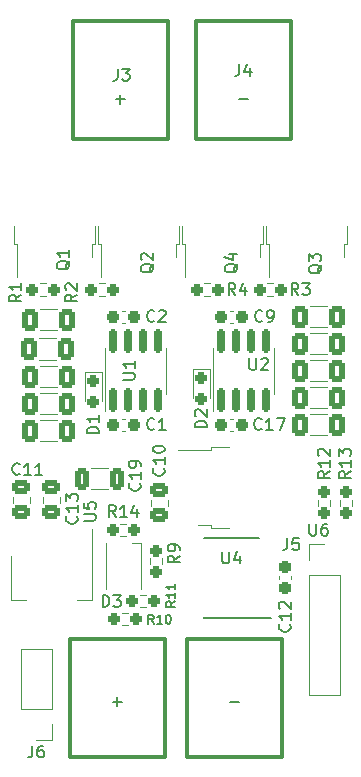
<source format=gto>
%TF.GenerationSoftware,KiCad,Pcbnew,(6.0.0)*%
%TF.CreationDate,2022-04-01T00:42:52-07:00*%
%TF.ProjectId,motor-controller,6d6f746f-722d-4636-9f6e-74726f6c6c65,rev?*%
%TF.SameCoordinates,Original*%
%TF.FileFunction,Legend,Top*%
%TF.FilePolarity,Positive*%
%FSLAX46Y46*%
G04 Gerber Fmt 4.6, Leading zero omitted, Abs format (unit mm)*
G04 Created by KiCad (PCBNEW (6.0.0)) date 2022-04-01 00:42:52*
%MOMM*%
%LPD*%
G01*
G04 APERTURE LIST*
G04 Aperture macros list*
%AMRoundRect*
0 Rectangle with rounded corners*
0 $1 Rounding radius*
0 $2 $3 $4 $5 $6 $7 $8 $9 X,Y pos of 4 corners*
0 Add a 4 corners polygon primitive as box body*
4,1,4,$2,$3,$4,$5,$6,$7,$8,$9,$2,$3,0*
0 Add four circle primitives for the rounded corners*
1,1,$1+$1,$2,$3*
1,1,$1+$1,$4,$5*
1,1,$1+$1,$6,$7*
1,1,$1+$1,$8,$9*
0 Add four rect primitives between the rounded corners*
20,1,$1+$1,$2,$3,$4,$5,0*
20,1,$1+$1,$4,$5,$6,$7,0*
20,1,$1+$1,$6,$7,$8,$9,0*
20,1,$1+$1,$8,$9,$2,$3,0*%
G04 Aperture macros list end*
%ADD10C,0.150000*%
%ADD11C,0.120000*%
%ADD12C,0.300000*%
%ADD13R,1.000000X0.400000*%
%ADD14RoundRect,0.150000X0.150000X-0.825000X0.150000X0.825000X-0.150000X0.825000X-0.150000X-0.825000X0*%
%ADD15RoundRect,0.237500X0.250000X0.237500X-0.250000X0.237500X-0.250000X-0.237500X0.250000X-0.237500X0*%
%ADD16RoundRect,0.237500X-0.250000X-0.237500X0.250000X-0.237500X0.250000X0.237500X-0.250000X0.237500X0*%
%ADD17R,5.800000X6.400000*%
%ADD18R,1.200000X2.200000*%
%ADD19R,2.200000X2.200000*%
%ADD20RoundRect,0.237500X-0.237500X0.287500X-0.237500X-0.287500X0.237500X-0.287500X0.237500X0.287500X0*%
%ADD21RoundRect,0.250000X-0.412500X-0.650000X0.412500X-0.650000X0.412500X0.650000X-0.412500X0.650000X0*%
%ADD22RoundRect,0.237500X-0.300000X-0.237500X0.300000X-0.237500X0.300000X0.237500X-0.300000X0.237500X0*%
%ADD23RoundRect,0.250000X0.412500X0.650000X-0.412500X0.650000X-0.412500X-0.650000X0.412500X-0.650000X0*%
%ADD24RoundRect,0.237500X-0.237500X0.250000X-0.237500X-0.250000X0.237500X-0.250000X0.237500X0.250000X0*%
%ADD25RoundRect,0.237500X0.237500X-0.300000X0.237500X0.300000X-0.237500X0.300000X-0.237500X-0.300000X0*%
%ADD26R,1.700000X1.700000*%
%ADD27O,1.700000X1.700000*%
%ADD28C,2.100000*%
%ADD29R,2.200000X1.200000*%
%ADD30R,6.400000X5.800000*%
%ADD31RoundRect,0.237500X0.237500X-0.250000X0.237500X0.250000X-0.237500X0.250000X-0.237500X-0.250000X0*%
%ADD32R,1.500000X2.000000*%
%ADD33R,3.800000X2.000000*%
%ADD34RoundRect,0.250000X0.475000X-0.337500X0.475000X0.337500X-0.475000X0.337500X-0.475000X-0.337500X0*%
%ADD35RoundRect,0.250000X-0.325000X-0.650000X0.325000X-0.650000X0.325000X0.650000X-0.325000X0.650000X0*%
%ADD36R,0.800000X1.000000*%
G04 APERTURE END LIST*
D10*
%TO.C,U4*%
X160782095Y-171532928D02*
X160782095Y-172342452D01*
X160829714Y-172437690D01*
X160877333Y-172485309D01*
X160972571Y-172532928D01*
X161163047Y-172532928D01*
X161258285Y-172485309D01*
X161305904Y-172437690D01*
X161353523Y-172342452D01*
X161353523Y-171532928D01*
X162258285Y-171866262D02*
X162258285Y-172532928D01*
X162020190Y-171485309D02*
X161782095Y-172199595D01*
X162401142Y-172199595D01*
%TO.C,U2*%
X163068095Y-155154380D02*
X163068095Y-155963904D01*
X163115714Y-156059142D01*
X163163333Y-156106761D01*
X163258571Y-156154380D01*
X163449047Y-156154380D01*
X163544285Y-156106761D01*
X163591904Y-156059142D01*
X163639523Y-155963904D01*
X163639523Y-155154380D01*
X164068095Y-155249619D02*
X164115714Y-155202000D01*
X164210952Y-155154380D01*
X164449047Y-155154380D01*
X164544285Y-155202000D01*
X164591904Y-155249619D01*
X164639523Y-155344857D01*
X164639523Y-155440095D01*
X164591904Y-155582952D01*
X164020476Y-156154380D01*
X164639523Y-156154380D01*
%TO.C,U1*%
X152360380Y-156971904D02*
X153169904Y-156971904D01*
X153265142Y-156924285D01*
X153312761Y-156876666D01*
X153360380Y-156781428D01*
X153360380Y-156590952D01*
X153312761Y-156495714D01*
X153265142Y-156448095D01*
X153169904Y-156400476D01*
X152360380Y-156400476D01*
X153360380Y-155400476D02*
X153360380Y-155971904D01*
X153360380Y-155686190D02*
X152360380Y-155686190D01*
X152503238Y-155781428D01*
X152598476Y-155876666D01*
X152646095Y-155971904D01*
%TO.C,R4*%
X161885333Y-149804380D02*
X161552000Y-149328190D01*
X161313904Y-149804380D02*
X161313904Y-148804380D01*
X161694857Y-148804380D01*
X161790095Y-148852000D01*
X161837714Y-148899619D01*
X161885333Y-148994857D01*
X161885333Y-149137714D01*
X161837714Y-149232952D01*
X161790095Y-149280571D01*
X161694857Y-149328190D01*
X161313904Y-149328190D01*
X162742476Y-149137714D02*
X162742476Y-149804380D01*
X162504380Y-148756761D02*
X162266285Y-149471047D01*
X162885333Y-149471047D01*
%TO.C,R3*%
X167219333Y-149804380D02*
X166886000Y-149328190D01*
X166647904Y-149804380D02*
X166647904Y-148804380D01*
X167028857Y-148804380D01*
X167124095Y-148852000D01*
X167171714Y-148899619D01*
X167219333Y-148994857D01*
X167219333Y-149137714D01*
X167171714Y-149232952D01*
X167124095Y-149280571D01*
X167028857Y-149328190D01*
X166647904Y-149328190D01*
X167552666Y-148804380D02*
X168171714Y-148804380D01*
X167838380Y-149185333D01*
X167981238Y-149185333D01*
X168076476Y-149232952D01*
X168124095Y-149280571D01*
X168171714Y-149375809D01*
X168171714Y-149613904D01*
X168124095Y-149709142D01*
X168076476Y-149756761D01*
X167981238Y-149804380D01*
X167695523Y-149804380D01*
X167600285Y-149756761D01*
X167552666Y-149709142D01*
%TO.C,R2*%
X148485404Y-149762844D02*
X148009214Y-150096178D01*
X148485404Y-150334273D02*
X147485404Y-150334273D01*
X147485404Y-149953320D01*
X147533024Y-149858082D01*
X147580643Y-149810463D01*
X147675881Y-149762844D01*
X147818738Y-149762844D01*
X147913976Y-149810463D01*
X147961595Y-149858082D01*
X148009214Y-149953320D01*
X148009214Y-150334273D01*
X147580643Y-149381892D02*
X147533024Y-149334273D01*
X147485404Y-149239035D01*
X147485404Y-149000939D01*
X147533024Y-148905701D01*
X147580643Y-148858082D01*
X147675881Y-148810463D01*
X147771119Y-148810463D01*
X147913976Y-148858082D01*
X148485404Y-149429511D01*
X148485404Y-148810463D01*
%TO.C,R1*%
X143762904Y-149762844D02*
X143286714Y-150096178D01*
X143762904Y-150334273D02*
X142762904Y-150334273D01*
X142762904Y-149953320D01*
X142810524Y-149858082D01*
X142858143Y-149810463D01*
X142953381Y-149762844D01*
X143096238Y-149762844D01*
X143191476Y-149810463D01*
X143239095Y-149858082D01*
X143286714Y-149953320D01*
X143286714Y-150334273D01*
X143762904Y-148810463D02*
X143762904Y-149381892D01*
X143762904Y-149096178D02*
X142762904Y-149096178D01*
X142905762Y-149191416D01*
X143001000Y-149286654D01*
X143048619Y-149381892D01*
%TO.C,Q4*%
X162091619Y-147161238D02*
X162044000Y-147256476D01*
X161948761Y-147351714D01*
X161805904Y-147494571D01*
X161758285Y-147589809D01*
X161758285Y-147685047D01*
X161996380Y-147637428D02*
X161948761Y-147732666D01*
X161853523Y-147827904D01*
X161663047Y-147875523D01*
X161329714Y-147875523D01*
X161139238Y-147827904D01*
X161044000Y-147732666D01*
X160996380Y-147637428D01*
X160996380Y-147446952D01*
X161044000Y-147351714D01*
X161139238Y-147256476D01*
X161329714Y-147208857D01*
X161663047Y-147208857D01*
X161853523Y-147256476D01*
X161948761Y-147351714D01*
X161996380Y-147446952D01*
X161996380Y-147637428D01*
X161329714Y-146351714D02*
X161996380Y-146351714D01*
X160948761Y-146589809D02*
X161663047Y-146827904D01*
X161663047Y-146208857D01*
%TO.C,Q3*%
X169203619Y-147241465D02*
X169156000Y-147336703D01*
X169060761Y-147431941D01*
X168917904Y-147574798D01*
X168870285Y-147670036D01*
X168870285Y-147765274D01*
X169108380Y-147717655D02*
X169060761Y-147812893D01*
X168965523Y-147908131D01*
X168775047Y-147955750D01*
X168441714Y-147955750D01*
X168251238Y-147908131D01*
X168156000Y-147812893D01*
X168108380Y-147717655D01*
X168108380Y-147527179D01*
X168156000Y-147431941D01*
X168251238Y-147336703D01*
X168441714Y-147289084D01*
X168775047Y-147289084D01*
X168965523Y-147336703D01*
X169060761Y-147431941D01*
X169108380Y-147527179D01*
X169108380Y-147717655D01*
X168108380Y-146955750D02*
X168108380Y-146336703D01*
X168489333Y-146670036D01*
X168489333Y-146527179D01*
X168536952Y-146431941D01*
X168584571Y-146384322D01*
X168679809Y-146336703D01*
X168917904Y-146336703D01*
X169013142Y-146384322D01*
X169060761Y-146431941D01*
X169108380Y-146527179D01*
X169108380Y-146812893D01*
X169060761Y-146908131D01*
X169013142Y-146955750D01*
%TO.C,Q2*%
X154979619Y-147161238D02*
X154932000Y-147256476D01*
X154836761Y-147351714D01*
X154693904Y-147494571D01*
X154646285Y-147589809D01*
X154646285Y-147685047D01*
X154884380Y-147637428D02*
X154836761Y-147732666D01*
X154741523Y-147827904D01*
X154551047Y-147875523D01*
X154217714Y-147875523D01*
X154027238Y-147827904D01*
X153932000Y-147732666D01*
X153884380Y-147637428D01*
X153884380Y-147446952D01*
X153932000Y-147351714D01*
X154027238Y-147256476D01*
X154217714Y-147208857D01*
X154551047Y-147208857D01*
X154741523Y-147256476D01*
X154836761Y-147351714D01*
X154884380Y-147446952D01*
X154884380Y-147637428D01*
X153979619Y-146827904D02*
X153932000Y-146780285D01*
X153884380Y-146685047D01*
X153884380Y-146446952D01*
X153932000Y-146351714D01*
X153979619Y-146304095D01*
X154074857Y-146256476D01*
X154170095Y-146256476D01*
X154312952Y-146304095D01*
X154884380Y-146875523D01*
X154884380Y-146256476D01*
%TO.C,Q1*%
X147867619Y-146907238D02*
X147820000Y-147002476D01*
X147724761Y-147097714D01*
X147581904Y-147240571D01*
X147534285Y-147335809D01*
X147534285Y-147431047D01*
X147772380Y-147383428D02*
X147724761Y-147478666D01*
X147629523Y-147573904D01*
X147439047Y-147621523D01*
X147105714Y-147621523D01*
X146915238Y-147573904D01*
X146820000Y-147478666D01*
X146772380Y-147383428D01*
X146772380Y-147192952D01*
X146820000Y-147097714D01*
X146915238Y-147002476D01*
X147105714Y-146954857D01*
X147439047Y-146954857D01*
X147629523Y-147002476D01*
X147724761Y-147097714D01*
X147772380Y-147192952D01*
X147772380Y-147383428D01*
X147772380Y-146002476D02*
X147772380Y-146573904D01*
X147772380Y-146288190D02*
X146772380Y-146288190D01*
X146915238Y-146383428D01*
X147010476Y-146478666D01*
X147058095Y-146573904D01*
%TO.C,J4*%
X162226666Y-130262380D02*
X162226666Y-130976666D01*
X162179047Y-131119523D01*
X162083809Y-131214761D01*
X161940952Y-131262380D01*
X161845714Y-131262380D01*
X163131428Y-130595714D02*
X163131428Y-131262380D01*
X162893333Y-130214761D02*
X162655238Y-130929047D01*
X163274285Y-130929047D01*
X162179047Y-133223428D02*
X162940952Y-133223428D01*
%TO.C,J3*%
X151931666Y-130649558D02*
X151931666Y-131363844D01*
X151884047Y-131506701D01*
X151788809Y-131601939D01*
X151645952Y-131649558D01*
X151550714Y-131649558D01*
X152312619Y-130649558D02*
X152931666Y-130649558D01*
X152598333Y-131030511D01*
X152741190Y-131030511D01*
X152836428Y-131078130D01*
X152884047Y-131125749D01*
X152931666Y-131220987D01*
X152931666Y-131459082D01*
X152884047Y-131554320D01*
X152836428Y-131601939D01*
X152741190Y-131649558D01*
X152455476Y-131649558D01*
X152360238Y-131601939D01*
X152312619Y-131554320D01*
X151765047Y-133213606D02*
X152526952Y-133213606D01*
X152146000Y-133594558D02*
X152146000Y-132832654D01*
%TO.C,D2*%
X159456380Y-161012095D02*
X158456380Y-161012095D01*
X158456380Y-160774000D01*
X158504000Y-160631142D01*
X158599238Y-160535904D01*
X158694476Y-160488285D01*
X158884952Y-160440666D01*
X159027809Y-160440666D01*
X159218285Y-160488285D01*
X159313523Y-160535904D01*
X159408761Y-160631142D01*
X159456380Y-160774000D01*
X159456380Y-161012095D01*
X158551619Y-160059714D02*
X158504000Y-160012095D01*
X158456380Y-159916857D01*
X158456380Y-159678761D01*
X158504000Y-159583523D01*
X158551619Y-159535904D01*
X158646857Y-159488285D01*
X158742095Y-159488285D01*
X158884952Y-159535904D01*
X159456380Y-160107333D01*
X159456380Y-159488285D01*
%TO.C,D1*%
X150312380Y-161520095D02*
X149312380Y-161520095D01*
X149312380Y-161282000D01*
X149360000Y-161139142D01*
X149455238Y-161043904D01*
X149550476Y-160996285D01*
X149740952Y-160948666D01*
X149883809Y-160948666D01*
X150074285Y-160996285D01*
X150169523Y-161043904D01*
X150264761Y-161139142D01*
X150312380Y-161282000D01*
X150312380Y-161520095D01*
X150312380Y-159996285D02*
X150312380Y-160567714D01*
X150312380Y-160282000D02*
X149312380Y-160282000D01*
X149455238Y-160377238D01*
X149550476Y-160472476D01*
X149598095Y-160567714D01*
%TO.C,C17*%
X164102642Y-161139142D02*
X164055023Y-161186761D01*
X163912166Y-161234380D01*
X163816928Y-161234380D01*
X163674071Y-161186761D01*
X163578833Y-161091523D01*
X163531214Y-160996285D01*
X163483595Y-160805809D01*
X163483595Y-160662952D01*
X163531214Y-160472476D01*
X163578833Y-160377238D01*
X163674071Y-160282000D01*
X163816928Y-160234380D01*
X163912166Y-160234380D01*
X164055023Y-160282000D01*
X164102642Y-160329619D01*
X165055023Y-161234380D02*
X164483595Y-161234380D01*
X164769309Y-161234380D02*
X164769309Y-160234380D01*
X164674071Y-160377238D01*
X164578833Y-160472476D01*
X164483595Y-160520095D01*
X165388357Y-160234380D02*
X166055023Y-160234380D01*
X165626452Y-161234380D01*
%TO.C,C9*%
X164171333Y-151995142D02*
X164123714Y-152042761D01*
X163980857Y-152090380D01*
X163885619Y-152090380D01*
X163742761Y-152042761D01*
X163647523Y-151947523D01*
X163599904Y-151852285D01*
X163552285Y-151661809D01*
X163552285Y-151518952D01*
X163599904Y-151328476D01*
X163647523Y-151233238D01*
X163742761Y-151138000D01*
X163885619Y-151090380D01*
X163980857Y-151090380D01*
X164123714Y-151138000D01*
X164171333Y-151185619D01*
X164647523Y-152090380D02*
X164838000Y-152090380D01*
X164933238Y-152042761D01*
X164980857Y-151995142D01*
X165076095Y-151852285D01*
X165123714Y-151661809D01*
X165123714Y-151280857D01*
X165076095Y-151185619D01*
X165028476Y-151138000D01*
X164933238Y-151090380D01*
X164742761Y-151090380D01*
X164647523Y-151138000D01*
X164599904Y-151185619D01*
X164552285Y-151280857D01*
X164552285Y-151518952D01*
X164599904Y-151614190D01*
X164647523Y-151661809D01*
X164742761Y-151709428D01*
X164933238Y-151709428D01*
X165028476Y-151661809D01*
X165076095Y-151614190D01*
X165123714Y-151518952D01*
%TO.C,C2*%
X155027333Y-151995142D02*
X154979714Y-152042761D01*
X154836857Y-152090380D01*
X154741619Y-152090380D01*
X154598761Y-152042761D01*
X154503523Y-151947523D01*
X154455904Y-151852285D01*
X154408285Y-151661809D01*
X154408285Y-151518952D01*
X154455904Y-151328476D01*
X154503523Y-151233238D01*
X154598761Y-151138000D01*
X154741619Y-151090380D01*
X154836857Y-151090380D01*
X154979714Y-151138000D01*
X155027333Y-151185619D01*
X155408285Y-151185619D02*
X155455904Y-151138000D01*
X155551142Y-151090380D01*
X155789238Y-151090380D01*
X155884476Y-151138000D01*
X155932095Y-151185619D01*
X155979714Y-151280857D01*
X155979714Y-151376095D01*
X155932095Y-151518952D01*
X155360666Y-152090380D01*
X155979714Y-152090380D01*
%TO.C,C1*%
X155027333Y-161139142D02*
X154979714Y-161186761D01*
X154836857Y-161234380D01*
X154741619Y-161234380D01*
X154598761Y-161186761D01*
X154503523Y-161091523D01*
X154455904Y-160996285D01*
X154408285Y-160805809D01*
X154408285Y-160662952D01*
X154455904Y-160472476D01*
X154503523Y-160377238D01*
X154598761Y-160282000D01*
X154741619Y-160234380D01*
X154836857Y-160234380D01*
X154979714Y-160282000D01*
X155027333Y-160329619D01*
X155979714Y-161234380D02*
X155408285Y-161234380D01*
X155694000Y-161234380D02*
X155694000Y-160234380D01*
X155598761Y-160377238D01*
X155503523Y-160472476D01*
X155408285Y-160520095D01*
%TO.C,R9*%
X157170380Y-171870666D02*
X156694190Y-172204000D01*
X157170380Y-172442095D02*
X156170380Y-172442095D01*
X156170380Y-172061142D01*
X156218000Y-171965904D01*
X156265619Y-171918285D01*
X156360857Y-171870666D01*
X156503714Y-171870666D01*
X156598952Y-171918285D01*
X156646571Y-171965904D01*
X156694190Y-172061142D01*
X156694190Y-172442095D01*
X157170380Y-171394476D02*
X157170380Y-171204000D01*
X157122761Y-171108761D01*
X157075142Y-171061142D01*
X156932285Y-170965904D01*
X156741809Y-170918285D01*
X156360857Y-170918285D01*
X156265619Y-170965904D01*
X156218000Y-171013523D01*
X156170380Y-171108761D01*
X156170380Y-171299238D01*
X156218000Y-171394476D01*
X156265619Y-171442095D01*
X156360857Y-171489714D01*
X156598952Y-171489714D01*
X156694190Y-171442095D01*
X156741809Y-171394476D01*
X156789428Y-171299238D01*
X156789428Y-171108761D01*
X156741809Y-171013523D01*
X156694190Y-170965904D01*
X156598952Y-170918285D01*
%TO.C,C12*%
X166473142Y-177680857D02*
X166520761Y-177728476D01*
X166568380Y-177871333D01*
X166568380Y-177966571D01*
X166520761Y-178109428D01*
X166425523Y-178204666D01*
X166330285Y-178252285D01*
X166139809Y-178299904D01*
X165996952Y-178299904D01*
X165806476Y-178252285D01*
X165711238Y-178204666D01*
X165616000Y-178109428D01*
X165568380Y-177966571D01*
X165568380Y-177871333D01*
X165616000Y-177728476D01*
X165663619Y-177680857D01*
X166568380Y-176728476D02*
X166568380Y-177299904D01*
X166568380Y-177014190D02*
X165568380Y-177014190D01*
X165711238Y-177109428D01*
X165806476Y-177204666D01*
X165854095Y-177299904D01*
X165663619Y-176347523D02*
X165616000Y-176299904D01*
X165568380Y-176204666D01*
X165568380Y-175966571D01*
X165616000Y-175871333D01*
X165663619Y-175823714D01*
X165758857Y-175776095D01*
X165854095Y-175776095D01*
X165996952Y-175823714D01*
X166568380Y-176395142D01*
X166568380Y-175776095D01*
%TO.C,J5*%
X166290666Y-170394380D02*
X166290666Y-171108666D01*
X166243047Y-171251523D01*
X166147809Y-171346761D01*
X166004952Y-171394380D01*
X165909714Y-171394380D01*
X167243047Y-170394380D02*
X166766857Y-170394380D01*
X166719238Y-170870571D01*
X166766857Y-170822952D01*
X166862095Y-170775333D01*
X167100190Y-170775333D01*
X167195428Y-170822952D01*
X167243047Y-170870571D01*
X167290666Y-170965809D01*
X167290666Y-171203904D01*
X167243047Y-171299142D01*
X167195428Y-171346761D01*
X167100190Y-171394380D01*
X166862095Y-171394380D01*
X166766857Y-171346761D01*
X166719238Y-171299142D01*
%TO.C,J6*%
X144700666Y-187949380D02*
X144700666Y-188663666D01*
X144653047Y-188806523D01*
X144557809Y-188901761D01*
X144414952Y-188949380D01*
X144319714Y-188949380D01*
X145605428Y-187949380D02*
X145414952Y-187949380D01*
X145319714Y-187997000D01*
X145272095Y-188044619D01*
X145176857Y-188187476D01*
X145129238Y-188377952D01*
X145129238Y-188758904D01*
X145176857Y-188854142D01*
X145224476Y-188901761D01*
X145319714Y-188949380D01*
X145510190Y-188949380D01*
X145605428Y-188901761D01*
X145653047Y-188854142D01*
X145700666Y-188758904D01*
X145700666Y-188520809D01*
X145653047Y-188425571D01*
X145605428Y-188377952D01*
X145510190Y-188330333D01*
X145319714Y-188330333D01*
X145224476Y-188377952D01*
X145176857Y-188425571D01*
X145129238Y-188520809D01*
%TO.C,J2*%
X161417047Y-184221428D02*
X162178952Y-184221428D01*
%TO.C,U6*%
X168161181Y-169173124D02*
X168161181Y-169982648D01*
X168208800Y-170077886D01*
X168256419Y-170125505D01*
X168351657Y-170173124D01*
X168542133Y-170173124D01*
X168637371Y-170125505D01*
X168684990Y-170077886D01*
X168732609Y-169982648D01*
X168732609Y-169173124D01*
X169637371Y-169173124D02*
X169446895Y-169173124D01*
X169351657Y-169220744D01*
X169304038Y-169268363D01*
X169208800Y-169411220D01*
X169161181Y-169601696D01*
X169161181Y-169982648D01*
X169208800Y-170077886D01*
X169256419Y-170125505D01*
X169351657Y-170173124D01*
X169542133Y-170173124D01*
X169637371Y-170125505D01*
X169684990Y-170077886D01*
X169732609Y-169982648D01*
X169732609Y-169744553D01*
X169684990Y-169649315D01*
X169637371Y-169601696D01*
X169542133Y-169554077D01*
X169351657Y-169554077D01*
X169256419Y-169601696D01*
X169208800Y-169649315D01*
X169161181Y-169744553D01*
%TO.C,R10*%
X154958142Y-177636714D02*
X154704142Y-177273857D01*
X154522714Y-177636714D02*
X154522714Y-176874714D01*
X154813000Y-176874714D01*
X154885571Y-176911000D01*
X154921857Y-176947285D01*
X154958142Y-177019857D01*
X154958142Y-177128714D01*
X154921857Y-177201285D01*
X154885571Y-177237571D01*
X154813000Y-177273857D01*
X154522714Y-177273857D01*
X155683857Y-177636714D02*
X155248428Y-177636714D01*
X155466142Y-177636714D02*
X155466142Y-176874714D01*
X155393571Y-176983571D01*
X155321000Y-177056142D01*
X155248428Y-177092428D01*
X156155571Y-176874714D02*
X156228142Y-176874714D01*
X156300714Y-176911000D01*
X156337000Y-176947285D01*
X156373285Y-177019857D01*
X156409571Y-177165000D01*
X156409571Y-177346428D01*
X156373285Y-177491571D01*
X156337000Y-177564142D01*
X156300714Y-177600428D01*
X156228142Y-177636714D01*
X156155571Y-177636714D01*
X156083000Y-177600428D01*
X156046714Y-177564142D01*
X156010428Y-177491571D01*
X155974142Y-177346428D01*
X155974142Y-177165000D01*
X156010428Y-177019857D01*
X156046714Y-176947285D01*
X156083000Y-176911000D01*
X156155571Y-176874714D01*
%TO.C,R13*%
X171648380Y-164726857D02*
X171172190Y-165060190D01*
X171648380Y-165298285D02*
X170648380Y-165298285D01*
X170648380Y-164917333D01*
X170696000Y-164822095D01*
X170743619Y-164774476D01*
X170838857Y-164726857D01*
X170981714Y-164726857D01*
X171076952Y-164774476D01*
X171124571Y-164822095D01*
X171172190Y-164917333D01*
X171172190Y-165298285D01*
X171648380Y-163774476D02*
X171648380Y-164345904D01*
X171648380Y-164060190D02*
X170648380Y-164060190D01*
X170791238Y-164155428D01*
X170886476Y-164250666D01*
X170934095Y-164345904D01*
X170648380Y-163441142D02*
X170648380Y-162822095D01*
X171029333Y-163155428D01*
X171029333Y-163012571D01*
X171076952Y-162917333D01*
X171124571Y-162869714D01*
X171219809Y-162822095D01*
X171457904Y-162822095D01*
X171553142Y-162869714D01*
X171600761Y-162917333D01*
X171648380Y-163012571D01*
X171648380Y-163298285D01*
X171600761Y-163393523D01*
X171553142Y-163441142D01*
%TO.C,R11*%
X156808714Y-175749857D02*
X156445857Y-176003857D01*
X156808714Y-176185285D02*
X156046714Y-176185285D01*
X156046714Y-175895000D01*
X156083000Y-175822428D01*
X156119285Y-175786142D01*
X156191857Y-175749857D01*
X156300714Y-175749857D01*
X156373285Y-175786142D01*
X156409571Y-175822428D01*
X156445857Y-175895000D01*
X156445857Y-176185285D01*
X156808714Y-175024142D02*
X156808714Y-175459571D01*
X156808714Y-175241857D02*
X156046714Y-175241857D01*
X156155571Y-175314428D01*
X156228142Y-175387000D01*
X156264428Y-175459571D01*
X156808714Y-174298428D02*
X156808714Y-174733857D01*
X156808714Y-174516142D02*
X156046714Y-174516142D01*
X156155571Y-174588714D01*
X156228142Y-174661285D01*
X156264428Y-174733857D01*
%TO.C,J1*%
X151511047Y-184221428D02*
X152272952Y-184221428D01*
X151892000Y-184602380D02*
X151892000Y-183840476D01*
%TO.C,U5*%
X149058380Y-168909904D02*
X149867904Y-168909904D01*
X149963142Y-168862285D01*
X150010761Y-168814666D01*
X150058380Y-168719428D01*
X150058380Y-168528952D01*
X150010761Y-168433714D01*
X149963142Y-168386095D01*
X149867904Y-168338476D01*
X149058380Y-168338476D01*
X149058380Y-167386095D02*
X149058380Y-167862285D01*
X149534571Y-167909904D01*
X149486952Y-167862285D01*
X149439333Y-167767047D01*
X149439333Y-167528952D01*
X149486952Y-167433714D01*
X149534571Y-167386095D01*
X149629809Y-167338476D01*
X149867904Y-167338476D01*
X149963142Y-167386095D01*
X150010761Y-167433714D01*
X150058380Y-167528952D01*
X150058380Y-167767047D01*
X150010761Y-167862285D01*
X149963142Y-167909904D01*
%TO.C,R12*%
X169870380Y-164726857D02*
X169394190Y-165060190D01*
X169870380Y-165298285D02*
X168870380Y-165298285D01*
X168870380Y-164917333D01*
X168918000Y-164822095D01*
X168965619Y-164774476D01*
X169060857Y-164726857D01*
X169203714Y-164726857D01*
X169298952Y-164774476D01*
X169346571Y-164822095D01*
X169394190Y-164917333D01*
X169394190Y-165298285D01*
X169870380Y-163774476D02*
X169870380Y-164345904D01*
X169870380Y-164060190D02*
X168870380Y-164060190D01*
X169013238Y-164155428D01*
X169108476Y-164250666D01*
X169156095Y-164345904D01*
X168965619Y-163393523D02*
X168918000Y-163345904D01*
X168870380Y-163250666D01*
X168870380Y-163012571D01*
X168918000Y-162917333D01*
X168965619Y-162869714D01*
X169060857Y-162822095D01*
X169156095Y-162822095D01*
X169298952Y-162869714D01*
X169870380Y-163441142D01*
X169870380Y-162822095D01*
%TO.C,C13*%
X148439142Y-168536857D02*
X148486761Y-168584476D01*
X148534380Y-168727333D01*
X148534380Y-168822571D01*
X148486761Y-168965428D01*
X148391523Y-169060666D01*
X148296285Y-169108285D01*
X148105809Y-169155904D01*
X147962952Y-169155904D01*
X147772476Y-169108285D01*
X147677238Y-169060666D01*
X147582000Y-168965428D01*
X147534380Y-168822571D01*
X147534380Y-168727333D01*
X147582000Y-168584476D01*
X147629619Y-168536857D01*
X148534380Y-167584476D02*
X148534380Y-168155904D01*
X148534380Y-167870190D02*
X147534380Y-167870190D01*
X147677238Y-167965428D01*
X147772476Y-168060666D01*
X147820095Y-168155904D01*
X147534380Y-167251142D02*
X147534380Y-166632095D01*
X147915333Y-166965428D01*
X147915333Y-166822571D01*
X147962952Y-166727333D01*
X148010571Y-166679714D01*
X148105809Y-166632095D01*
X148343904Y-166632095D01*
X148439142Y-166679714D01*
X148486761Y-166727333D01*
X148534380Y-166822571D01*
X148534380Y-167108285D01*
X148486761Y-167203523D01*
X148439142Y-167251142D01*
%TO.C,C19*%
X153773142Y-165742857D02*
X153820761Y-165790476D01*
X153868380Y-165933333D01*
X153868380Y-166028571D01*
X153820761Y-166171428D01*
X153725523Y-166266666D01*
X153630285Y-166314285D01*
X153439809Y-166361904D01*
X153296952Y-166361904D01*
X153106476Y-166314285D01*
X153011238Y-166266666D01*
X152916000Y-166171428D01*
X152868380Y-166028571D01*
X152868380Y-165933333D01*
X152916000Y-165790476D01*
X152963619Y-165742857D01*
X153868380Y-164790476D02*
X153868380Y-165361904D01*
X153868380Y-165076190D02*
X152868380Y-165076190D01*
X153011238Y-165171428D01*
X153106476Y-165266666D01*
X153154095Y-165361904D01*
X153868380Y-164314285D02*
X153868380Y-164123809D01*
X153820761Y-164028571D01*
X153773142Y-163980952D01*
X153630285Y-163885714D01*
X153439809Y-163838095D01*
X153058857Y-163838095D01*
X152963619Y-163885714D01*
X152916000Y-163933333D01*
X152868380Y-164028571D01*
X152868380Y-164219047D01*
X152916000Y-164314285D01*
X152963619Y-164361904D01*
X153058857Y-164409523D01*
X153296952Y-164409523D01*
X153392190Y-164361904D01*
X153439809Y-164314285D01*
X153487428Y-164219047D01*
X153487428Y-164028571D01*
X153439809Y-163933333D01*
X153392190Y-163885714D01*
X153296952Y-163838095D01*
%TO.C,C10*%
X155805142Y-164472857D02*
X155852761Y-164520476D01*
X155900380Y-164663333D01*
X155900380Y-164758571D01*
X155852761Y-164901428D01*
X155757523Y-164996666D01*
X155662285Y-165044285D01*
X155471809Y-165091904D01*
X155328952Y-165091904D01*
X155138476Y-165044285D01*
X155043238Y-164996666D01*
X154948000Y-164901428D01*
X154900380Y-164758571D01*
X154900380Y-164663333D01*
X154948000Y-164520476D01*
X154995619Y-164472857D01*
X155900380Y-163520476D02*
X155900380Y-164091904D01*
X155900380Y-163806190D02*
X154900380Y-163806190D01*
X155043238Y-163901428D01*
X155138476Y-163996666D01*
X155186095Y-164091904D01*
X154900380Y-162901428D02*
X154900380Y-162806190D01*
X154948000Y-162710952D01*
X154995619Y-162663333D01*
X155090857Y-162615714D01*
X155281333Y-162568095D01*
X155519428Y-162568095D01*
X155709904Y-162615714D01*
X155805142Y-162663333D01*
X155852761Y-162710952D01*
X155900380Y-162806190D01*
X155900380Y-162901428D01*
X155852761Y-162996666D01*
X155805142Y-163044285D01*
X155709904Y-163091904D01*
X155519428Y-163139523D01*
X155281333Y-163139523D01*
X155090857Y-163091904D01*
X154995619Y-163044285D01*
X154948000Y-162996666D01*
X154900380Y-162901428D01*
%TO.C,D3*%
X150645904Y-176220380D02*
X150645904Y-175220380D01*
X150884000Y-175220380D01*
X151026857Y-175268000D01*
X151122095Y-175363238D01*
X151169714Y-175458476D01*
X151217333Y-175648952D01*
X151217333Y-175791809D01*
X151169714Y-175982285D01*
X151122095Y-176077523D01*
X151026857Y-176172761D01*
X150884000Y-176220380D01*
X150645904Y-176220380D01*
X151550666Y-175220380D02*
X152169714Y-175220380D01*
X151836380Y-175601333D01*
X151979238Y-175601333D01*
X152074476Y-175648952D01*
X152122095Y-175696571D01*
X152169714Y-175791809D01*
X152169714Y-176029904D01*
X152122095Y-176125142D01*
X152074476Y-176172761D01*
X151979238Y-176220380D01*
X151693523Y-176220380D01*
X151598285Y-176172761D01*
X151550666Y-176125142D01*
%TO.C,R14*%
X151757142Y-168600380D02*
X151423809Y-168124190D01*
X151185714Y-168600380D02*
X151185714Y-167600380D01*
X151566666Y-167600380D01*
X151661904Y-167648000D01*
X151709523Y-167695619D01*
X151757142Y-167790857D01*
X151757142Y-167933714D01*
X151709523Y-168028952D01*
X151661904Y-168076571D01*
X151566666Y-168124190D01*
X151185714Y-168124190D01*
X152709523Y-168600380D02*
X152138095Y-168600380D01*
X152423809Y-168600380D02*
X152423809Y-167600380D01*
X152328571Y-167743238D01*
X152233333Y-167838476D01*
X152138095Y-167886095D01*
X153566666Y-167933714D02*
X153566666Y-168600380D01*
X153328571Y-167552761D02*
X153090476Y-168267047D01*
X153709523Y-168267047D01*
%TO.C,C11*%
X143629142Y-164949142D02*
X143581523Y-164996761D01*
X143438666Y-165044380D01*
X143343428Y-165044380D01*
X143200571Y-164996761D01*
X143105333Y-164901523D01*
X143057714Y-164806285D01*
X143010095Y-164615809D01*
X143010095Y-164472952D01*
X143057714Y-164282476D01*
X143105333Y-164187238D01*
X143200571Y-164092000D01*
X143343428Y-164044380D01*
X143438666Y-164044380D01*
X143581523Y-164092000D01*
X143629142Y-164139619D01*
X144581523Y-165044380D02*
X144010095Y-165044380D01*
X144295809Y-165044380D02*
X144295809Y-164044380D01*
X144200571Y-164187238D01*
X144105333Y-164282476D01*
X144010095Y-164330095D01*
X145533904Y-165044380D02*
X144962476Y-165044380D01*
X145248190Y-165044380D02*
X145248190Y-164044380D01*
X145152952Y-164187238D01*
X145057714Y-164282476D01*
X144962476Y-164330095D01*
%TO.C,U4*%
X159219000Y-170361000D02*
X159219000Y-170386000D01*
X163869000Y-170361000D02*
X163869000Y-170386000D01*
X159219000Y-177186000D02*
X159219000Y-177086000D01*
X163869000Y-170361000D02*
X159219000Y-170361000D01*
X164944000Y-177186000D02*
X159219000Y-177186000D01*
D11*
%TO.C,U2*%
X160000000Y-156210000D02*
X160000000Y-159660000D01*
X160000000Y-156210000D02*
X160000000Y-154260000D01*
X165120000Y-156210000D02*
X165120000Y-158160000D01*
X165120000Y-156210000D02*
X165120000Y-154260000D01*
%TO.C,U1*%
X150856000Y-156210000D02*
X150856000Y-159660000D01*
X150856000Y-156210000D02*
X150856000Y-154260000D01*
X155976000Y-156210000D02*
X155976000Y-158160000D01*
X155976000Y-156210000D02*
X155976000Y-154260000D01*
%TO.C,R4*%
X159766724Y-148819678D02*
X159257276Y-148819678D01*
X159766724Y-149864678D02*
X159257276Y-149864678D01*
%TO.C,R3*%
X164591276Y-149864678D02*
X165100724Y-149864678D01*
X164591276Y-148819678D02*
X165100724Y-148819678D01*
%TO.C,R2*%
X150318300Y-149864678D02*
X150827748Y-149864678D01*
X150318300Y-148819678D02*
X150827748Y-148819678D01*
%TO.C,R1*%
X145851248Y-148819678D02*
X145341800Y-148819678D01*
X145851248Y-149864678D02*
X145341800Y-149864678D01*
%TO.C,Q4*%
X163962000Y-145472000D02*
X163962000Y-146572000D01*
X164232000Y-145472000D02*
X163962000Y-145472000D01*
X164232000Y-143972000D02*
X164232000Y-145472000D01*
X157602000Y-145472000D02*
X157602000Y-148302000D01*
X157332000Y-145472000D02*
X157602000Y-145472000D01*
X157332000Y-143972000D02*
X157332000Y-145472000D01*
%TO.C,Q3*%
X171074000Y-145472000D02*
X171074000Y-146572000D01*
X171344000Y-145472000D02*
X171074000Y-145472000D01*
X171344000Y-143972000D02*
X171344000Y-145472000D01*
X164714000Y-145472000D02*
X164714000Y-148302000D01*
X164444000Y-145472000D02*
X164714000Y-145472000D01*
X164444000Y-143972000D02*
X164444000Y-145472000D01*
%TO.C,Q2*%
X156850000Y-145472000D02*
X156850000Y-146572000D01*
X157120000Y-145472000D02*
X156850000Y-145472000D01*
X157120000Y-143972000D02*
X157120000Y-145472000D01*
X150490000Y-145472000D02*
X150490000Y-148302000D01*
X150220000Y-145472000D02*
X150490000Y-145472000D01*
X150220000Y-143972000D02*
X150220000Y-145472000D01*
%TO.C,Q1*%
X149738000Y-145472000D02*
X149738000Y-146572000D01*
X150008000Y-145472000D02*
X149738000Y-145472000D01*
X150008000Y-143972000D02*
X150008000Y-145472000D01*
X143378000Y-145472000D02*
X143378000Y-148302000D01*
X143108000Y-145472000D02*
X143378000Y-145472000D01*
X143108000Y-143972000D02*
X143108000Y-145472000D01*
D12*
%TO.C,J4*%
X158560000Y-126572000D02*
X166560000Y-126572000D01*
X166560000Y-126572000D02*
X166560000Y-136572000D01*
X166560000Y-136572000D02*
X158560000Y-136572000D01*
X158560000Y-136572000D02*
X158560000Y-126572000D01*
%TO.C,J3*%
X148146000Y-126562178D02*
X156146000Y-126562178D01*
X156146000Y-126562178D02*
X156146000Y-136562178D01*
X156146000Y-136562178D02*
X148146000Y-136562178D01*
X148146000Y-136562178D02*
X148146000Y-126562178D01*
D11*
%TO.C,D2*%
X159739000Y-158534000D02*
X159739000Y-156074000D01*
X159739000Y-156074000D02*
X158269000Y-156074000D01*
X158269000Y-156074000D02*
X158269000Y-158534000D01*
%TO.C,D1*%
X149125000Y-156328000D02*
X149125000Y-158788000D01*
X150595000Y-156328000D02*
X149125000Y-156328000D01*
X150595000Y-158788000D02*
X150595000Y-156328000D01*
%TO.C,C18*%
X168198748Y-157120000D02*
X169621252Y-157120000D01*
X168198748Y-155300000D02*
X169621252Y-155300000D01*
%TO.C,C17*%
X161397733Y-161292000D02*
X161690267Y-161292000D01*
X161397733Y-160272000D02*
X161690267Y-160272000D01*
%TO.C,C16*%
X168198748Y-159406000D02*
X169621252Y-159406000D01*
X168198748Y-157586000D02*
X169621252Y-157586000D01*
%TO.C,C15*%
X146761252Y-155808000D02*
X145338748Y-155808000D01*
X146761252Y-157628000D02*
X145338748Y-157628000D01*
%TO.C,C14*%
X146761252Y-150982000D02*
X145338748Y-150982000D01*
X146761252Y-152802000D02*
X145338748Y-152802000D01*
%TO.C,C9*%
X161397733Y-152148000D02*
X161690267Y-152148000D01*
X161397733Y-151128000D02*
X161690267Y-151128000D01*
%TO.C,C8*%
X146761252Y-158094000D02*
X145338748Y-158094000D01*
X146761252Y-159914000D02*
X145338748Y-159914000D01*
%TO.C,C7*%
X146761252Y-160380000D02*
X145338748Y-160380000D01*
X146761252Y-162200000D02*
X145338748Y-162200000D01*
%TO.C,C6*%
X168198748Y-159872000D02*
X169621252Y-159872000D01*
X168198748Y-161692000D02*
X169621252Y-161692000D01*
%TO.C,C5*%
X168198748Y-154834000D02*
X169621252Y-154834000D01*
X168198748Y-153014000D02*
X169621252Y-153014000D01*
%TO.C,C4*%
X168198748Y-152548000D02*
X169621252Y-152548000D01*
X168198748Y-150728000D02*
X169621252Y-150728000D01*
%TO.C,C3*%
X146705252Y-153478000D02*
X145282748Y-153478000D01*
X146705252Y-155298000D02*
X145282748Y-155298000D01*
%TO.C,C2*%
X152253733Y-152148000D02*
X152546267Y-152148000D01*
X152253733Y-151128000D02*
X152546267Y-151128000D01*
%TO.C,C1*%
X152253733Y-161292000D02*
X152546267Y-161292000D01*
X152253733Y-160272000D02*
X152546267Y-160272000D01*
%TO.C,R9*%
X155703535Y-172110427D02*
X155703535Y-172619875D01*
X154658535Y-172110427D02*
X154658535Y-172619875D01*
%TO.C,C12*%
X165606000Y-173882267D02*
X165606000Y-173589733D01*
X166626000Y-173882267D02*
X166626000Y-173589733D01*
%TO.C,J5*%
X170748000Y-173487000D02*
X170748000Y-183707000D01*
X168088000Y-173487000D02*
X168088000Y-183707000D01*
X168088000Y-173487000D02*
X170748000Y-173487000D01*
X168088000Y-170887000D02*
X169418000Y-170887000D01*
X168088000Y-183707000D02*
X170748000Y-183707000D01*
X168088000Y-172217000D02*
X168088000Y-170887000D01*
%TO.C,J6*%
X146364000Y-179757000D02*
X143704000Y-179757000D01*
X143704000Y-184897000D02*
X143704000Y-179757000D01*
X146364000Y-187497000D02*
X145034000Y-187497000D01*
X146364000Y-184897000D02*
X146364000Y-179757000D01*
X146364000Y-186167000D02*
X146364000Y-187497000D01*
X146364000Y-184897000D02*
X143704000Y-184897000D01*
D12*
%TO.C,J2*%
X157798000Y-178896000D02*
X165798000Y-178896000D01*
X165798000Y-178896000D02*
X165798000Y-188896000D01*
X165798000Y-188896000D02*
X157798000Y-188896000D01*
X157798000Y-188896000D02*
X157798000Y-178896000D01*
D11*
%TO.C,U6*%
X161336000Y-169566000D02*
X159836000Y-169566000D01*
X159836000Y-162936000D02*
X157006000Y-162936000D01*
X159836000Y-169296000D02*
X158736000Y-169296000D01*
X161336000Y-162666000D02*
X159836000Y-162666000D01*
X159836000Y-169566000D02*
X159836000Y-169296000D01*
X159836000Y-162666000D02*
X159836000Y-162936000D01*
%TO.C,R10*%
X152294551Y-177746438D02*
X152803999Y-177746438D01*
X152294551Y-176701438D02*
X152803999Y-176701438D01*
%TO.C,R13*%
X170718909Y-167640724D02*
X170718909Y-167131276D01*
X171763909Y-167640724D02*
X171763909Y-167131276D01*
%TO.C,R11*%
X153816378Y-175186963D02*
X154325826Y-175186963D01*
X153816378Y-176231963D02*
X154325826Y-176231963D01*
D12*
%TO.C,J1*%
X147892000Y-178896000D02*
X155892000Y-178896000D01*
X155892000Y-178896000D02*
X155892000Y-188896000D01*
X155892000Y-188896000D02*
X147892000Y-188896000D01*
X147892000Y-188896000D02*
X147892000Y-178896000D01*
D11*
%TO.C,U5*%
X142894000Y-171886000D02*
X142894000Y-175646000D01*
X142894000Y-175646000D02*
X144154000Y-175646000D01*
X149714000Y-169636000D02*
X149714000Y-175646000D01*
X149714000Y-175646000D02*
X148454000Y-175646000D01*
%TO.C,R12*%
X169940500Y-167131276D02*
X169940500Y-167640724D01*
X168895500Y-167131276D02*
X168895500Y-167640724D01*
%TO.C,C13*%
X147039000Y-167393252D02*
X147039000Y-166870748D01*
X145569000Y-167393252D02*
X145569000Y-166870748D01*
%TO.C,C19*%
X149656748Y-164444000D02*
X151079252Y-164444000D01*
X149656748Y-166264000D02*
X151079252Y-166264000D01*
%TO.C,C10*%
X154713000Y-167647252D02*
X154713000Y-167124748D01*
X156183000Y-167647252D02*
X156183000Y-167124748D01*
%TO.C,D3*%
X153100000Y-170770000D02*
X153900000Y-170770000D01*
X153900000Y-170770000D02*
X153900000Y-174670000D01*
X150900000Y-170770000D02*
X150900000Y-174670000D01*
%TO.C,R14*%
X152654724Y-170194500D02*
X152145276Y-170194500D01*
X152654724Y-169149500D02*
X152145276Y-169149500D01*
%TO.C,C11*%
X144499000Y-167393252D02*
X144499000Y-166870748D01*
X143029000Y-167393252D02*
X143029000Y-166870748D01*
%TD*%
%LPC*%
D13*
%TO.C,U4*%
X164444000Y-176661000D03*
X164444000Y-176011000D03*
X164444000Y-175361000D03*
X164444000Y-174711000D03*
X164444000Y-174061000D03*
X164444000Y-173411000D03*
X164444000Y-172761000D03*
X164444000Y-172111000D03*
X164444000Y-171461000D03*
X164444000Y-170811000D03*
X158644000Y-170811000D03*
X158644000Y-171461000D03*
X158644000Y-172111000D03*
X158644000Y-172761000D03*
X158644000Y-173411000D03*
X158644000Y-174061000D03*
X158644000Y-174711000D03*
X158644000Y-175361000D03*
X158644000Y-176011000D03*
X158644000Y-176661000D03*
%TD*%
D14*
%TO.C,U2*%
X160655000Y-153735000D03*
X161925000Y-153735000D03*
X163195000Y-153735000D03*
X164465000Y-153735000D03*
X164465000Y-158685000D03*
X163195000Y-158685000D03*
X161925000Y-158685000D03*
X160655000Y-158685000D03*
%TD*%
%TO.C,U1*%
X151511000Y-153735000D03*
X152781000Y-153735000D03*
X154051000Y-153735000D03*
X155321000Y-153735000D03*
X155321000Y-158685000D03*
X154051000Y-158685000D03*
X152781000Y-158685000D03*
X151511000Y-158685000D03*
%TD*%
D15*
%TO.C,R4*%
X158599500Y-149342178D03*
X160424500Y-149342178D03*
%TD*%
D16*
%TO.C,R3*%
X165758500Y-149342178D03*
X163933500Y-149342178D03*
%TD*%
%TO.C,R2*%
X151485524Y-149342178D03*
X149660524Y-149342178D03*
%TD*%
D15*
%TO.C,R1*%
X144684024Y-149342178D03*
X146509024Y-149342178D03*
%TD*%
D17*
%TO.C,Q4*%
X160782000Y-140902000D03*
D18*
X163062000Y-147202000D03*
X158502000Y-147202000D03*
%TD*%
D17*
%TO.C,Q3*%
X167894000Y-140902000D03*
D18*
X170174000Y-147202000D03*
X165614000Y-147202000D03*
%TD*%
D17*
%TO.C,Q2*%
X153670000Y-140902000D03*
D18*
X155950000Y-147202000D03*
X151390000Y-147202000D03*
%TD*%
D17*
%TO.C,Q1*%
X146558000Y-140902000D03*
D18*
X148838000Y-147202000D03*
X144278000Y-147202000D03*
%TD*%
D19*
%TO.C,J4*%
X165060000Y-128072000D03*
X160060000Y-135072000D03*
X165060000Y-135072000D03*
X160060000Y-128072000D03*
%TD*%
%TO.C,J3*%
X154646000Y-128062178D03*
X149646000Y-135062178D03*
X154646000Y-135062178D03*
X149646000Y-128062178D03*
%TD*%
D20*
%TO.C,D2*%
X159004000Y-156859000D03*
X159004000Y-158609000D03*
%TD*%
%TO.C,D1*%
X149860000Y-158863000D03*
X149860000Y-157113000D03*
%TD*%
D21*
%TO.C,C18*%
X170472500Y-156210000D03*
X167347500Y-156210000D03*
%TD*%
D22*
%TO.C,C17*%
X162406500Y-160782000D03*
X160681500Y-160782000D03*
%TD*%
D21*
%TO.C,C16*%
X170472500Y-158496000D03*
X167347500Y-158496000D03*
%TD*%
D23*
%TO.C,C15*%
X144487500Y-156718000D03*
X147612500Y-156718000D03*
%TD*%
%TO.C,C14*%
X144487500Y-151892000D03*
X147612500Y-151892000D03*
%TD*%
D22*
%TO.C,C9*%
X162406500Y-151638000D03*
X160681500Y-151638000D03*
%TD*%
D23*
%TO.C,C8*%
X144487500Y-159004000D03*
X147612500Y-159004000D03*
%TD*%
%TO.C,C7*%
X144487500Y-161290000D03*
X147612500Y-161290000D03*
%TD*%
D21*
%TO.C,C6*%
X167347500Y-160782000D03*
X170472500Y-160782000D03*
%TD*%
%TO.C,C5*%
X170472500Y-153924000D03*
X167347500Y-153924000D03*
%TD*%
%TO.C,C4*%
X170472500Y-151638000D03*
X167347500Y-151638000D03*
%TD*%
D23*
%TO.C,C3*%
X144431500Y-154388000D03*
X147556500Y-154388000D03*
%TD*%
D22*
%TO.C,C2*%
X153262500Y-151638000D03*
X151537500Y-151638000D03*
%TD*%
%TO.C,C1*%
X153262500Y-160782000D03*
X151537500Y-160782000D03*
%TD*%
D24*
%TO.C,R9*%
X155181035Y-171452651D03*
X155181035Y-173277651D03*
%TD*%
D25*
%TO.C,C12*%
X166116000Y-174598500D03*
X166116000Y-172873500D03*
%TD*%
D26*
%TO.C,J5*%
X169418000Y-172217000D03*
D27*
X169418000Y-174757000D03*
X169418000Y-177297000D03*
X169418000Y-179837000D03*
X169418000Y-182377000D03*
%TD*%
D26*
%TO.C,J6*%
X145034000Y-186167000D03*
D27*
X145034000Y-183627000D03*
X145034000Y-181087000D03*
%TD*%
D28*
%TO.C,H3*%
X144272000Y-128778000D03*
%TD*%
%TO.C,H2*%
X169418000Y-187198000D03*
%TD*%
D19*
%TO.C,J2*%
X164298000Y-187396000D03*
X164298000Y-180396000D03*
X159298000Y-180396000D03*
X159298000Y-187396000D03*
%TD*%
D29*
%TO.C,U6*%
X158106000Y-163836000D03*
D30*
X164406000Y-166116000D03*
D29*
X158106000Y-168396000D03*
%TD*%
D16*
%TO.C,R10*%
X151636775Y-177223938D03*
X153461775Y-177223938D03*
%TD*%
D31*
%TO.C,R13*%
X171241409Y-168298500D03*
X171241409Y-166473500D03*
%TD*%
D16*
%TO.C,R11*%
X153158602Y-175709463D03*
X154983602Y-175709463D03*
%TD*%
D19*
%TO.C,J1*%
X149392000Y-180396000D03*
X149392000Y-187396000D03*
X154392000Y-187396000D03*
X154392000Y-180396000D03*
%TD*%
D32*
%TO.C,U5*%
X148604000Y-170586000D03*
X146304000Y-170586000D03*
X144004000Y-170586000D03*
D33*
X146304000Y-176886000D03*
%TD*%
D24*
%TO.C,R12*%
X169418000Y-166473500D03*
X169418000Y-168298500D03*
%TD*%
D34*
%TO.C,C13*%
X146304000Y-168169500D03*
X146304000Y-166094500D03*
%TD*%
D35*
%TO.C,C19*%
X148893000Y-165354000D03*
X151843000Y-165354000D03*
%TD*%
D34*
%TO.C,C10*%
X155448000Y-168423500D03*
X155448000Y-166348500D03*
%TD*%
D36*
%TO.C,D3*%
X153100000Y-171470000D03*
X151700000Y-171470000D03*
X151700000Y-173970000D03*
X153100000Y-173970000D03*
%TD*%
D15*
%TO.C,R14*%
X153312500Y-169672000D03*
X151487500Y-169672000D03*
%TD*%
D34*
%TO.C,C11*%
X143764000Y-166094500D03*
X143764000Y-168169500D03*
%TD*%
D28*
%TO.C,H1*%
X169672000Y-128778000D03*
%TD*%
M02*

</source>
